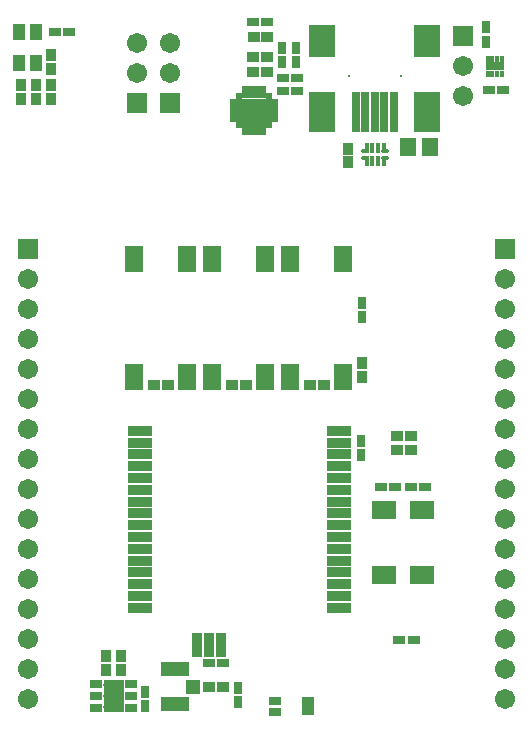
<source format=gts>
G04*
G04 #@! TF.GenerationSoftware,Altium Limited,Altium Designer,18.1.7 (191)*
G04*
G04 Layer_Color=8388736*
%FSLAX44Y44*%
%MOMM*%
G71*
G01*
G75*
%ADD16R,1.0032X0.8032*%
%ADD17R,1.0032X0.9032*%
G04:AMPARAMS|DCode=18|XSize=0.4032mm|YSize=0.9032mm|CornerRadius=0.1216mm|HoleSize=0mm|Usage=FLASHONLY|Rotation=0.000|XOffset=0mm|YOffset=0mm|HoleType=Round|Shape=RoundedRectangle|*
%AMROUNDEDRECTD18*
21,1,0.4032,0.6600,0,0,0.0*
21,1,0.1600,0.9032,0,0,0.0*
1,1,0.2432,0.0800,-0.3300*
1,1,0.2432,-0.0800,-0.3300*
1,1,0.2432,-0.0800,0.3300*
1,1,0.2432,0.0800,0.3300*
%
%ADD18ROUNDEDRECTD18*%
%ADD19R,1.1032X0.5032*%
%ADD20R,0.9032X1.0032*%
%ADD21R,1.0032X1.4032*%
%ADD22R,0.4032X0.5532*%
%ADD23R,1.6432X0.6432*%
%ADD24R,0.8032X1.0032*%
%ADD25R,2.0532X0.9032*%
%ADD26R,0.9032X2.0532*%
%ADD27R,1.2532X1.2032*%
%ADD28R,2.4032X1.2532*%
%ADD29R,1.6032X2.3032*%
%ADD30R,1.8032X2.7032*%
%ADD31R,1.0532X0.6532*%
%ADD32R,2.1032X1.5032*%
G04:AMPARAMS|DCode=33|XSize=0.4032mm|YSize=0.6032mm|CornerRadius=0.1216mm|HoleSize=0mm|Usage=FLASHONLY|Rotation=270.000|XOffset=0mm|YOffset=0mm|HoleType=Round|Shape=RoundedRectangle|*
%AMROUNDEDRECTD33*
21,1,0.4032,0.3600,0,0,270.0*
21,1,0.1600,0.6032,0,0,270.0*
1,1,0.2432,-0.1800,-0.0800*
1,1,0.2432,-0.1800,0.0800*
1,1,0.2432,0.1800,0.0800*
1,1,0.2432,0.1800,-0.0800*
%
%ADD33ROUNDEDRECTD33*%
%ADD34R,0.9032X1.1032*%
%ADD35R,0.7032X3.5032*%
%ADD36R,2.2032X3.5032*%
%ADD37R,2.2032X2.7032*%
%ADD38R,1.1032X0.9032*%
%ADD39R,1.4032X1.6032*%
%ADD40R,0.5032X1.1032*%
%ADD41R,0.5032X0.5032*%
%ADD42R,0.5032X0.5032*%
%ADD43R,2.0032X2.0032*%
%ADD44R,1.0000X0.6500*%
%ADD45R,1.0000X1.6000*%
%ADD46C,1.7032*%
%ADD47R,1.7032X1.7032*%
%ADD48C,0.2032*%
%ADD49C,0.8032*%
D16*
X349330Y68000D02*
D03*
X337330D02*
D03*
X58000Y583000D02*
D03*
X46000D02*
D03*
X413000Y534000D02*
D03*
X425000D02*
D03*
X188000Y48540D02*
D03*
X176000D02*
D03*
X333660Y198120D02*
D03*
X321660D02*
D03*
X347060D02*
D03*
X359060D02*
D03*
X250600Y533050D02*
D03*
X238600D02*
D03*
X250600Y544480D02*
D03*
X238600D02*
D03*
X213510Y591470D02*
D03*
X225510D02*
D03*
D17*
X335000Y241000D02*
D03*
X347000D02*
D03*
X335000Y229000D02*
D03*
X347000D02*
D03*
X176000Y28115D02*
D03*
X188000D02*
D03*
X129280Y283924D02*
D03*
X141280D02*
D03*
X273360Y284480D02*
D03*
X261360D02*
D03*
X207320D02*
D03*
X195320D02*
D03*
X225200Y549560D02*
D03*
X213200D02*
D03*
X213200Y562260D02*
D03*
X225200D02*
D03*
D18*
X314500Y474000D02*
D03*
X319500Y473500D02*
D03*
X309500Y484500D02*
D03*
X324500D02*
D03*
X319500D02*
D03*
X314500D02*
D03*
X324500Y473500D02*
D03*
X309500Y474000D02*
D03*
D19*
X229620Y519040D02*
D03*
Y524040D02*
D03*
X198620Y514040D02*
D03*
Y519040D02*
D03*
Y509040D02*
D03*
Y524040D02*
D03*
X229620Y514040D02*
D03*
Y509040D02*
D03*
D20*
X305460Y303180D02*
D03*
Y291180D02*
D03*
X42660Y526510D02*
D03*
Y538510D02*
D03*
Y551910D02*
D03*
Y563910D02*
D03*
X29960Y526510D02*
D03*
Y538510D02*
D03*
X17260Y526510D02*
D03*
Y538510D02*
D03*
X101560Y43038D02*
D03*
Y55038D02*
D03*
X89010Y43038D02*
D03*
Y55038D02*
D03*
D21*
X29840Y582890D02*
D03*
X14840D02*
D03*
Y556490D02*
D03*
X29840D02*
D03*
D22*
X412000Y560000D02*
D03*
X416000D02*
D03*
X420000D02*
D03*
X424000D02*
D03*
X424000Y547800D02*
D03*
X420000D02*
D03*
X416000D02*
D03*
X412000D02*
D03*
D23*
X418000Y553900D02*
D03*
D24*
X411000Y587000D02*
D03*
Y575000D02*
D03*
X304800Y237000D02*
D03*
Y225000D02*
D03*
X201000Y28000D02*
D03*
Y16000D02*
D03*
X305460Y353980D02*
D03*
Y341980D02*
D03*
X122030Y12558D02*
D03*
Y24558D02*
D03*
X249680Y569530D02*
D03*
Y557530D02*
D03*
X238250Y569530D02*
D03*
Y557530D02*
D03*
D25*
X285930Y245540D02*
D03*
Y235540D02*
D03*
Y225540D02*
D03*
Y215540D02*
D03*
Y205540D02*
D03*
Y195540D02*
D03*
Y185540D02*
D03*
Y175540D02*
D03*
Y165540D02*
D03*
Y155540D02*
D03*
Y145540D02*
D03*
Y135540D02*
D03*
Y125540D02*
D03*
Y115540D02*
D03*
Y105540D02*
D03*
Y95540D02*
D03*
X117930D02*
D03*
Y105540D02*
D03*
Y115540D02*
D03*
Y125540D02*
D03*
Y135540D02*
D03*
Y145540D02*
D03*
Y155540D02*
D03*
Y165540D02*
D03*
Y175540D02*
D03*
Y185540D02*
D03*
Y195540D02*
D03*
Y205540D02*
D03*
Y215540D02*
D03*
Y225540D02*
D03*
Y235540D02*
D03*
Y245540D02*
D03*
D26*
X165880Y64390D02*
D03*
X175880D02*
D03*
X185880D02*
D03*
D27*
X163000Y28115D02*
D03*
D28*
X147750Y13865D02*
D03*
Y43366D02*
D03*
D29*
X157780Y290920D02*
D03*
X112780D02*
D03*
Y390920D02*
D03*
X157780D02*
D03*
X244860D02*
D03*
X289860D02*
D03*
Y290920D02*
D03*
X244860D02*
D03*
X178820Y390916D02*
D03*
X223820D02*
D03*
Y290916D02*
D03*
X178820D02*
D03*
D30*
X95360Y21098D02*
D03*
D31*
X80860Y31098D02*
D03*
Y21098D02*
D03*
Y11098D02*
D03*
X109860D02*
D03*
Y21098D02*
D03*
Y31098D02*
D03*
D32*
X356710Y123630D02*
D03*
Y178630D02*
D03*
X324710D02*
D03*
Y123630D02*
D03*
D33*
X308500Y482000D02*
D03*
X325500D02*
D03*
X308500Y476500D02*
D03*
X325500Y476000D02*
D03*
D34*
X294130Y483940D02*
D03*
Y472940D02*
D03*
D35*
X300580Y515750D02*
D03*
X308580D02*
D03*
X316580D02*
D03*
X324580D02*
D03*
X332580D02*
D03*
D36*
X361080D02*
D03*
X272080D02*
D03*
D37*
Y575750D02*
D03*
X361080D02*
D03*
D38*
X225010Y578770D02*
D03*
X214010D02*
D03*
D39*
X362820Y486060D02*
D03*
X344820D02*
D03*
D40*
X211620Y532040D02*
D03*
X216620D02*
D03*
X206620D02*
D03*
X221620D02*
D03*
X206620Y501040D02*
D03*
X221620D02*
D03*
X211620D02*
D03*
X216620D02*
D03*
D41*
X201620Y529040D02*
D03*
X226620Y504040D02*
D03*
D42*
Y529040D02*
D03*
X201620Y504040D02*
D03*
D43*
X214120Y516540D02*
D03*
D44*
X231880Y17068D02*
D03*
Y7668D02*
D03*
D45*
X259850Y12368D02*
D03*
D46*
X427000Y18600D02*
D03*
Y44000D02*
D03*
Y69400D02*
D03*
Y94800D02*
D03*
Y120200D02*
D03*
Y145600D02*
D03*
Y171000D02*
D03*
Y196400D02*
D03*
Y221800D02*
D03*
Y247200D02*
D03*
Y272600D02*
D03*
Y298000D02*
D03*
Y323400D02*
D03*
Y348800D02*
D03*
Y374200D02*
D03*
X23000D02*
D03*
Y348800D02*
D03*
Y323400D02*
D03*
Y298000D02*
D03*
Y272600D02*
D03*
Y247200D02*
D03*
Y221800D02*
D03*
Y196400D02*
D03*
Y171000D02*
D03*
Y145600D02*
D03*
Y120200D02*
D03*
Y94800D02*
D03*
Y69400D02*
D03*
Y44000D02*
D03*
Y18600D02*
D03*
X390760Y554640D02*
D03*
Y529240D02*
D03*
X142889Y574041D02*
D03*
Y548641D02*
D03*
X114949Y574041D02*
D03*
Y548641D02*
D03*
D47*
X427000Y399600D02*
D03*
X23000D02*
D03*
X390760Y580040D02*
D03*
X142889Y523241D02*
D03*
X114949D02*
D03*
D48*
X338580Y545750D02*
D03*
X294580D02*
D03*
D49*
X100000Y30000D02*
D03*
X91000D02*
D03*
Y21000D02*
D03*
X100000D02*
D03*
Y12000D02*
D03*
X91000D02*
D03*
X219580Y522000D02*
D03*
Y511080D02*
D03*
X208660D02*
D03*
Y522000D02*
D03*
M02*

</source>
